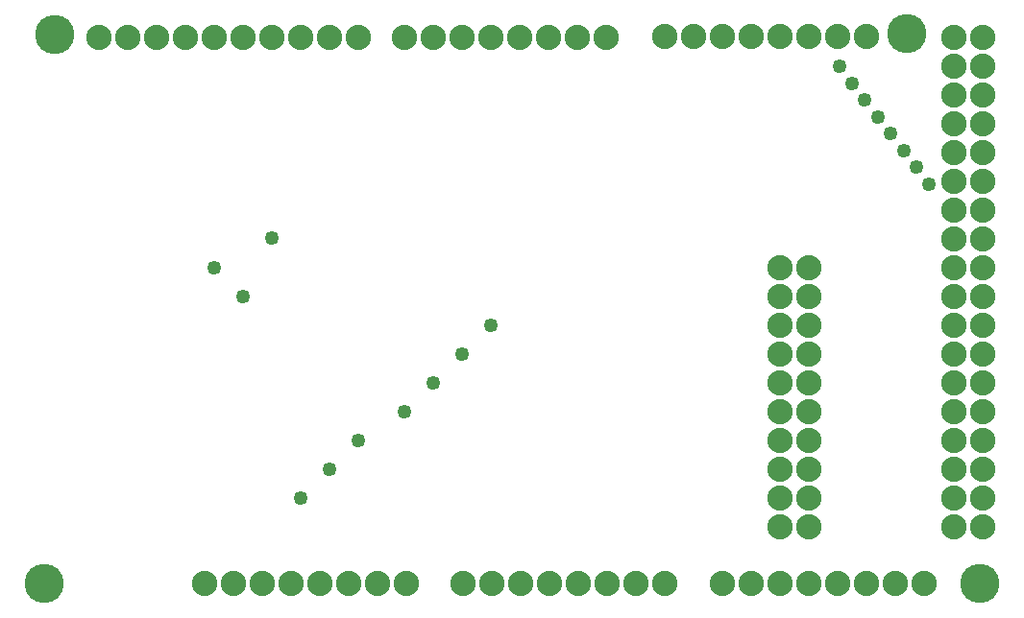
<source format=gbs>
G04 MADE WITH FRITZING*
G04 WWW.FRITZING.ORG*
G04 DOUBLE SIDED*
G04 HOLES PLATED*
G04 CONTOUR ON CENTER OF CONTOUR VECTOR*
%ASAXBY*%
%FSLAX23Y23*%
%MOIN*%
%OFA0B0*%
%SFA1.0B1.0*%
%ADD10C,0.088000*%
%ADD11C,0.135984*%
%ADD12C,0.049370*%
%LNMASK0*%
G90*
G70*
G54D10*
X1802Y2001D03*
X1902Y2001D03*
X2002Y2001D03*
X2102Y2001D03*
X2202Y2001D03*
X2302Y2001D03*
X2402Y2001D03*
X2502Y2001D03*
G54D11*
X551Y103D03*
X3544Y2013D03*
X590Y2012D03*
X3799Y103D03*
G54D10*
X3106Y1200D03*
X3106Y1100D03*
X3106Y1000D03*
X3106Y900D03*
X3106Y800D03*
X3106Y700D03*
X3106Y600D03*
X3106Y500D03*
X3106Y400D03*
X3106Y300D03*
X3106Y1200D03*
X3106Y1100D03*
X3106Y1000D03*
X3106Y900D03*
X3106Y800D03*
X3106Y700D03*
X3106Y600D03*
X3106Y500D03*
X3106Y400D03*
X3106Y300D03*
X3206Y300D03*
X3206Y400D03*
X3206Y500D03*
X3206Y600D03*
X3206Y700D03*
X3206Y800D03*
X3206Y900D03*
X3206Y1000D03*
X3206Y1100D03*
X3206Y1200D03*
X743Y2001D03*
X843Y2001D03*
X943Y2001D03*
X1043Y2001D03*
X1143Y2001D03*
X1243Y2001D03*
X1343Y2001D03*
X1443Y2001D03*
X1543Y2001D03*
X1643Y2001D03*
X2905Y103D03*
X3005Y103D03*
X3105Y103D03*
X3205Y103D03*
X3305Y103D03*
X3405Y103D03*
X3505Y103D03*
X3605Y103D03*
X1107Y103D03*
X1207Y103D03*
X1307Y103D03*
X1407Y103D03*
X1507Y103D03*
X1607Y103D03*
X1707Y103D03*
X1807Y103D03*
X3709Y2000D03*
X3709Y1900D03*
X3709Y1800D03*
X3709Y1700D03*
X3709Y1600D03*
X3709Y1500D03*
X3709Y1400D03*
X3709Y1300D03*
X3709Y1200D03*
X3709Y1100D03*
X3709Y1000D03*
X3709Y900D03*
X3709Y800D03*
X3709Y700D03*
X3709Y600D03*
X3709Y500D03*
X3709Y400D03*
X3709Y300D03*
X3709Y2000D03*
X3709Y1900D03*
X3709Y1800D03*
X3709Y1700D03*
X3709Y1600D03*
X3709Y1500D03*
X3709Y1400D03*
X3709Y1300D03*
X3709Y1200D03*
X3709Y1100D03*
X3709Y1000D03*
X3709Y900D03*
X3709Y800D03*
X3709Y700D03*
X3709Y600D03*
X3709Y500D03*
X3709Y400D03*
X3709Y300D03*
X3809Y300D03*
X3809Y400D03*
X3809Y500D03*
X3809Y600D03*
X3809Y700D03*
X3809Y800D03*
X3809Y900D03*
X3809Y1000D03*
X3809Y1100D03*
X3809Y1200D03*
X3809Y1300D03*
X3809Y1400D03*
X3809Y1500D03*
X3809Y1600D03*
X3809Y1700D03*
X3809Y1800D03*
X3809Y1900D03*
X3809Y2000D03*
X2706Y2003D03*
X2806Y2003D03*
X2906Y2003D03*
X3006Y2003D03*
X3106Y2003D03*
X3206Y2003D03*
X3306Y2003D03*
X3406Y2003D03*
X2006Y103D03*
X2106Y103D03*
X2206Y103D03*
X2306Y103D03*
X2406Y103D03*
X2506Y103D03*
X2606Y103D03*
X2706Y103D03*
G54D12*
X1143Y1200D03*
X1243Y1100D03*
X1343Y1304D03*
X3623Y1492D03*
X3578Y1550D03*
X3534Y1608D03*
X3489Y1667D03*
X3445Y1725D03*
X3400Y1783D03*
X3356Y1842D03*
X3312Y1900D03*
X2102Y1000D03*
X2002Y900D03*
X1902Y800D03*
X1802Y700D03*
X1643Y600D03*
X1543Y500D03*
X1443Y400D03*
G04 End of Mask0*
M02*
</source>
